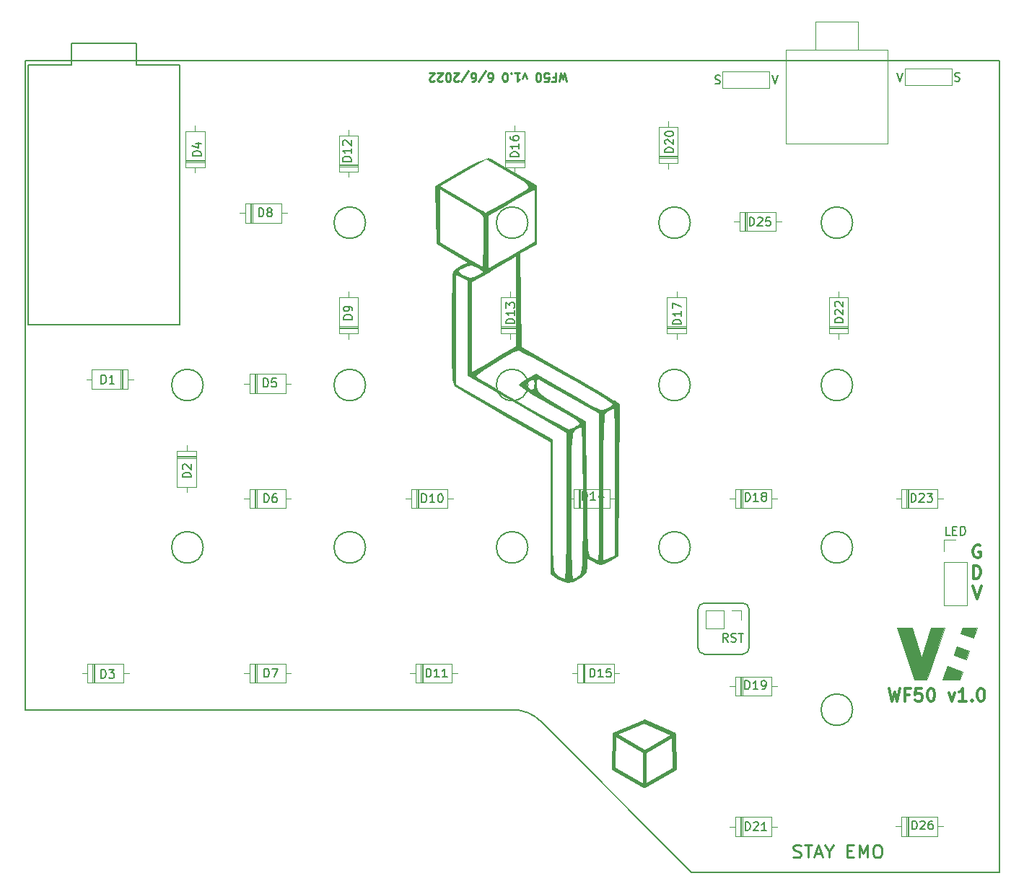
<source format=gto>
G04 #@! TF.GenerationSoftware,KiCad,Pcbnew,(6.0.0)*
G04 #@! TF.CreationDate,2022-06-08T22:37:19+08:00*
G04 #@! TF.ProjectId,wf50_pcb,77663530-5f70-4636-922e-6b696361645f,rev?*
G04 #@! TF.SameCoordinates,Original*
G04 #@! TF.FileFunction,Legend,Top*
G04 #@! TF.FilePolarity,Positive*
%FSLAX46Y46*%
G04 Gerber Fmt 4.6, Leading zero omitted, Abs format (unit mm)*
G04 Created by KiCad (PCBNEW (6.0.0)) date 2022-06-08 22:37:19*
%MOMM*%
%LPD*%
G01*
G04 APERTURE LIST*
%ADD10C,0.400000*%
%ADD11C,0.500000*%
%ADD12C,0.200000*%
%ADD13C,0.150000*%
%ADD14C,0.026458*%
G04 #@! TA.AperFunction,Profile*
%ADD15C,0.150000*%
G04 #@! TD*
%ADD16C,0.250000*%
%ADD17C,0.300000*%
%ADD18C,0.120000*%
G04 APERTURE END LIST*
D10*
X88150000Y-107625000D02*
X91650000Y-106125000D01*
D11*
X91700000Y-106150000D02*
X95200000Y-107650000D01*
D10*
X91750000Y-113725000D02*
X91700000Y-109700000D01*
X91700000Y-109700000D02*
X95200000Y-107650000D01*
X91750000Y-113725000D02*
X95250000Y-111675000D01*
D11*
X95200000Y-107650000D02*
X95250000Y-111675000D01*
D10*
X88100000Y-111650000D02*
X88150000Y-107625000D01*
D12*
X91650000Y-109675000D02*
X91600000Y-113700000D01*
D10*
X88100000Y-111650000D02*
X91600000Y-113700000D01*
X88150000Y-107625000D02*
X91650000Y-109675000D01*
D13*
X103251626Y-92249900D02*
X98751626Y-92249900D01*
X104001626Y-92999900D02*
G75*
G03*
X103251626Y-92249900I-750000J0D01*
G01*
X98001626Y-92999900D02*
X98001626Y-97499900D01*
X104001626Y-97499900D02*
X104001626Y-92999900D01*
X98751626Y-98249900D02*
X103251626Y-98249900D01*
D14*
X128050000Y-98380000D02*
X129514335Y-98886889D01*
X129514335Y-98886889D02*
X129857023Y-97855463D01*
X129857023Y-97855463D02*
X128363478Y-97339068D01*
X128363478Y-97339068D02*
X128050000Y-98380000D01*
X128050000Y-98380000D02*
X128050000Y-98380000D01*
G36*
X129857023Y-97855463D02*
G01*
X129514335Y-98886889D01*
X128050000Y-98380000D01*
X128363478Y-97339068D01*
X129857023Y-97855463D01*
G37*
X129857023Y-97855463D02*
X129514335Y-98886889D01*
X128050000Y-98380000D01*
X128363478Y-97339068D01*
X129857023Y-97855463D01*
X126446518Y-95194787D02*
X125354715Y-95194787D01*
X125354715Y-95194787D02*
X124193009Y-98698240D01*
X124193009Y-98698240D02*
X123124926Y-95194787D01*
X123124926Y-95194787D02*
X121360645Y-95194787D01*
X121360645Y-95194787D02*
X123392282Y-101280203D01*
X123392282Y-101280203D02*
X124847139Y-101280203D01*
X124847139Y-101280203D02*
X125151145Y-100404168D01*
X125151145Y-100404168D02*
X126952746Y-95194787D01*
X126952746Y-95194787D02*
X126446518Y-95194787D01*
X126446518Y-95194787D02*
X126446518Y-95194787D01*
G36*
X124193009Y-98698240D02*
G01*
X125354715Y-95194787D01*
X126952746Y-95194787D01*
X125151145Y-100404168D01*
X124847139Y-101280203D01*
X123392282Y-101280203D01*
X121360645Y-95194787D01*
X123124926Y-95194787D01*
X124193009Y-98698240D01*
G37*
X124193009Y-98698240D02*
X125354715Y-95194787D01*
X126952746Y-95194787D01*
X125151145Y-100404168D01*
X124847139Y-101280203D01*
X123392282Y-101280203D01*
X121360645Y-95194787D01*
X123124926Y-95194787D01*
X124193009Y-98698240D01*
D13*
X103251626Y-98249900D02*
G75*
G03*
X104001626Y-97499900I0J750000D01*
G01*
D14*
X129021708Y-95194787D02*
X128811338Y-95850964D01*
X128811338Y-95850964D02*
X130345603Y-96381607D01*
X130345603Y-96381607D02*
X130751368Y-95194787D01*
X130751368Y-95194787D02*
X129021708Y-95194787D01*
X129021708Y-95194787D02*
X129021708Y-95194787D01*
G36*
X130345603Y-96381607D02*
G01*
X128811338Y-95850964D01*
X129021708Y-95194787D01*
X130751368Y-95194787D01*
X130345603Y-96381607D01*
G37*
X130345603Y-96381607D02*
X128811338Y-95850964D01*
X129021708Y-95194787D01*
X130751368Y-95194787D01*
X130345603Y-96381607D01*
D13*
X98751626Y-92249900D02*
G75*
G03*
X98001626Y-92999900I0J-750000D01*
G01*
D14*
X127281834Y-99680136D02*
X127273024Y-99677410D01*
X127273024Y-99677410D02*
X126718643Y-101280203D01*
X126718643Y-101280203D02*
X128136174Y-101280203D01*
X128136174Y-101280203D02*
X128720427Y-101280203D01*
X128720427Y-101280203D02*
X129051553Y-100282698D01*
X129051553Y-100282698D02*
X127285248Y-99671987D01*
X127285248Y-99671987D02*
X127281834Y-99680136D01*
X127281834Y-99680136D02*
X127281834Y-99680136D01*
G36*
X129051553Y-100282698D02*
G01*
X128720427Y-101280203D01*
X126718643Y-101280203D01*
X127273024Y-99677410D01*
X127281834Y-99680136D01*
X127285248Y-99671987D01*
X129051553Y-100282698D01*
G37*
X129051553Y-100282698D02*
X128720427Y-101280203D01*
X126718643Y-101280203D01*
X127273024Y-99677410D01*
X127281834Y-99680136D01*
X127285248Y-99671987D01*
X129051553Y-100282698D01*
D13*
X98001626Y-97499900D02*
G75*
G03*
X98751626Y-98249900I750000J0D01*
G01*
D15*
X58995300Y-66674850D02*
G75*
G03*
X58995300Y-66674850I-1850000J0D01*
G01*
X19045885Y-28575000D02*
X133345800Y-28575000D01*
X133345800Y-123824330D02*
X97253375Y-123824330D01*
X97253375Y-123824330D02*
X79575605Y-106146559D01*
X76262750Y-104774330D02*
X19045885Y-104774330D01*
X116145300Y-47624850D02*
G75*
G03*
X116145300Y-47624850I-1850000J0D01*
G01*
X39945300Y-66674850D02*
G75*
G03*
X39945300Y-66674850I-1850000J0D01*
G01*
X19045885Y-104774330D02*
X19045885Y-28575000D01*
X97095300Y-66674850D02*
G75*
G03*
X97095300Y-66674850I-1850000J0D01*
G01*
X79575605Y-106146559D02*
G75*
G03*
X76262750Y-104774330I-3312857J-3312861D01*
G01*
X58995300Y-47624850D02*
G75*
G03*
X58995300Y-47624850I-1850000J0D01*
G01*
X58995300Y-85724850D02*
G75*
G03*
X58995300Y-85724850I-1850000J0D01*
G01*
X116145300Y-85724850D02*
G75*
G03*
X116145300Y-85724850I-1850000J0D01*
G01*
X39945300Y-85724850D02*
G75*
G03*
X39945300Y-85724850I-1850000J0D01*
G01*
X97095300Y-85724850D02*
G75*
G03*
X97095300Y-85724850I-1850000J0D01*
G01*
X78045300Y-47624850D02*
G75*
G03*
X78045300Y-47624850I-1850000J0D01*
G01*
X97095300Y-47624850D02*
G75*
G03*
X97095300Y-47624850I-1850000J0D01*
G01*
X116145300Y-104774850D02*
G75*
G03*
X116145300Y-104774850I-1850000J0D01*
G01*
X133345800Y-28575000D02*
X133345800Y-123824330D01*
X78045300Y-85724850D02*
G75*
G03*
X78045300Y-85724850I-1850000J0D01*
G01*
X78045300Y-66674850D02*
G75*
G03*
X78045300Y-66674850I-1850000J0D01*
G01*
X116145300Y-66674850D02*
G75*
G03*
X116145300Y-66674850I-1850000J0D01*
G01*
D16*
X109192742Y-122046993D02*
X109407028Y-122118422D01*
X109764171Y-122118422D01*
X109907028Y-122046993D01*
X109978456Y-121975565D01*
X110049885Y-121832708D01*
X110049885Y-121689851D01*
X109978456Y-121546993D01*
X109907028Y-121475565D01*
X109764171Y-121404136D01*
X109478456Y-121332708D01*
X109335599Y-121261279D01*
X109264171Y-121189851D01*
X109192742Y-121046993D01*
X109192742Y-120904136D01*
X109264171Y-120761279D01*
X109335599Y-120689851D01*
X109478456Y-120618422D01*
X109835599Y-120618422D01*
X110049885Y-120689851D01*
X110478456Y-120618422D02*
X111335599Y-120618422D01*
X110907028Y-122118422D02*
X110907028Y-120618422D01*
X111764171Y-121689851D02*
X112478456Y-121689851D01*
X111621314Y-122118422D02*
X112121314Y-120618422D01*
X112621314Y-122118422D01*
X113407028Y-121404136D02*
X113407028Y-122118422D01*
X112907028Y-120618422D02*
X113407028Y-121404136D01*
X113907028Y-120618422D01*
X115549885Y-121332708D02*
X116049885Y-121332708D01*
X116264171Y-122118422D02*
X115549885Y-122118422D01*
X115549885Y-120618422D01*
X116264171Y-120618422D01*
X116907028Y-122118422D02*
X116907028Y-120618422D01*
X117407028Y-121689851D01*
X117907028Y-120618422D01*
X117907028Y-122118422D01*
X118907028Y-120618422D02*
X119192742Y-120618422D01*
X119335599Y-120689851D01*
X119478456Y-120832708D01*
X119549885Y-121118422D01*
X119549885Y-121618422D01*
X119478456Y-121904136D01*
X119335599Y-122046993D01*
X119192742Y-122118422D01*
X118907028Y-122118422D01*
X118764171Y-122046993D01*
X118621314Y-121904136D01*
X118549885Y-121618422D01*
X118549885Y-121118422D01*
X118621314Y-120832708D01*
X118764171Y-120689851D01*
X118907028Y-120618422D01*
X82547619Y-31057619D02*
X82309523Y-30057619D01*
X82119047Y-30771904D01*
X81928571Y-30057619D01*
X81690476Y-31057619D01*
X80976190Y-30581428D02*
X81309523Y-30581428D01*
X81309523Y-30057619D02*
X81309523Y-31057619D01*
X80833333Y-31057619D01*
X79976190Y-31057619D02*
X80452380Y-31057619D01*
X80500000Y-30581428D01*
X80452380Y-30629047D01*
X80357142Y-30676666D01*
X80119047Y-30676666D01*
X80023809Y-30629047D01*
X79976190Y-30581428D01*
X79928571Y-30486190D01*
X79928571Y-30248095D01*
X79976190Y-30152857D01*
X80023809Y-30105238D01*
X80119047Y-30057619D01*
X80357142Y-30057619D01*
X80452380Y-30105238D01*
X80500000Y-30152857D01*
X79309523Y-31057619D02*
X79214285Y-31057619D01*
X79119047Y-31010000D01*
X79071428Y-30962380D01*
X79023809Y-30867142D01*
X78976190Y-30676666D01*
X78976190Y-30438571D01*
X79023809Y-30248095D01*
X79071428Y-30152857D01*
X79119047Y-30105238D01*
X79214285Y-30057619D01*
X79309523Y-30057619D01*
X79404761Y-30105238D01*
X79452380Y-30152857D01*
X79500000Y-30248095D01*
X79547619Y-30438571D01*
X79547619Y-30676666D01*
X79500000Y-30867142D01*
X79452380Y-30962380D01*
X79404761Y-31010000D01*
X79309523Y-31057619D01*
X77880952Y-30724285D02*
X77642857Y-30057619D01*
X77404761Y-30724285D01*
X76500000Y-30057619D02*
X77071428Y-30057619D01*
X76785714Y-30057619D02*
X76785714Y-31057619D01*
X76880952Y-30914761D01*
X76976190Y-30819523D01*
X77071428Y-30771904D01*
X76071428Y-30152857D02*
X76023809Y-30105238D01*
X76071428Y-30057619D01*
X76119047Y-30105238D01*
X76071428Y-30152857D01*
X76071428Y-30057619D01*
X75404761Y-31057619D02*
X75309523Y-31057619D01*
X75214285Y-31010000D01*
X75166666Y-30962380D01*
X75119047Y-30867142D01*
X75071428Y-30676666D01*
X75071428Y-30438571D01*
X75119047Y-30248095D01*
X75166666Y-30152857D01*
X75214285Y-30105238D01*
X75309523Y-30057619D01*
X75404761Y-30057619D01*
X75500000Y-30105238D01*
X75547619Y-30152857D01*
X75595238Y-30248095D01*
X75642857Y-30438571D01*
X75642857Y-30676666D01*
X75595238Y-30867142D01*
X75547619Y-30962380D01*
X75500000Y-31010000D01*
X75404761Y-31057619D01*
X73452380Y-31057619D02*
X73642857Y-31057619D01*
X73738095Y-31010000D01*
X73785714Y-30962380D01*
X73880952Y-30819523D01*
X73928571Y-30629047D01*
X73928571Y-30248095D01*
X73880952Y-30152857D01*
X73833333Y-30105238D01*
X73738095Y-30057619D01*
X73547619Y-30057619D01*
X73452380Y-30105238D01*
X73404761Y-30152857D01*
X73357142Y-30248095D01*
X73357142Y-30486190D01*
X73404761Y-30581428D01*
X73452380Y-30629047D01*
X73547619Y-30676666D01*
X73738095Y-30676666D01*
X73833333Y-30629047D01*
X73880952Y-30581428D01*
X73928571Y-30486190D01*
X72214285Y-31105238D02*
X73071428Y-29819523D01*
X71452380Y-31057619D02*
X71642857Y-31057619D01*
X71738095Y-31010000D01*
X71785714Y-30962380D01*
X71880952Y-30819523D01*
X71928571Y-30629047D01*
X71928571Y-30248095D01*
X71880952Y-30152857D01*
X71833333Y-30105238D01*
X71738095Y-30057619D01*
X71547619Y-30057619D01*
X71452380Y-30105238D01*
X71404761Y-30152857D01*
X71357142Y-30248095D01*
X71357142Y-30486190D01*
X71404761Y-30581428D01*
X71452380Y-30629047D01*
X71547619Y-30676666D01*
X71738095Y-30676666D01*
X71833333Y-30629047D01*
X71880952Y-30581428D01*
X71928571Y-30486190D01*
X70214285Y-31105238D02*
X71071428Y-29819523D01*
X69928571Y-30962380D02*
X69880952Y-31010000D01*
X69785714Y-31057619D01*
X69547619Y-31057619D01*
X69452380Y-31010000D01*
X69404761Y-30962380D01*
X69357142Y-30867142D01*
X69357142Y-30771904D01*
X69404761Y-30629047D01*
X69976190Y-30057619D01*
X69357142Y-30057619D01*
X68738095Y-31057619D02*
X68642857Y-31057619D01*
X68547619Y-31010000D01*
X68500000Y-30962380D01*
X68452380Y-30867142D01*
X68404761Y-30676666D01*
X68404761Y-30438571D01*
X68452380Y-30248095D01*
X68500000Y-30152857D01*
X68547619Y-30105238D01*
X68642857Y-30057619D01*
X68738095Y-30057619D01*
X68833333Y-30105238D01*
X68880952Y-30152857D01*
X68928571Y-30248095D01*
X68976190Y-30438571D01*
X68976190Y-30676666D01*
X68928571Y-30867142D01*
X68880952Y-30962380D01*
X68833333Y-31010000D01*
X68738095Y-31057619D01*
X68023809Y-30962380D02*
X67976190Y-31010000D01*
X67880952Y-31057619D01*
X67642857Y-31057619D01*
X67547619Y-31010000D01*
X67500000Y-30962380D01*
X67452380Y-30867142D01*
X67452380Y-30771904D01*
X67500000Y-30629047D01*
X68071428Y-30057619D01*
X67452380Y-30057619D01*
X67071428Y-30962380D02*
X67023809Y-31010000D01*
X66928571Y-31057619D01*
X66690476Y-31057619D01*
X66595238Y-31010000D01*
X66547619Y-30962380D01*
X66500000Y-30867142D01*
X66500000Y-30771904D01*
X66547619Y-30629047D01*
X67119047Y-30057619D01*
X66500000Y-30057619D01*
D17*
X131112857Y-85520000D02*
X130970000Y-85448571D01*
X130755714Y-85448571D01*
X130541428Y-85520000D01*
X130398571Y-85662857D01*
X130327142Y-85805714D01*
X130255714Y-86091428D01*
X130255714Y-86305714D01*
X130327142Y-86591428D01*
X130398571Y-86734285D01*
X130541428Y-86877142D01*
X130755714Y-86948571D01*
X130898571Y-86948571D01*
X131112857Y-86877142D01*
X131184285Y-86805714D01*
X131184285Y-86305714D01*
X130898571Y-86305714D01*
X130327142Y-89363571D02*
X130327142Y-87863571D01*
X130684285Y-87863571D01*
X130898571Y-87935000D01*
X131041428Y-88077857D01*
X131112857Y-88220714D01*
X131184285Y-88506428D01*
X131184285Y-88720714D01*
X131112857Y-89006428D01*
X131041428Y-89149285D01*
X130898571Y-89292142D01*
X130684285Y-89363571D01*
X130327142Y-89363571D01*
X130220000Y-90278571D02*
X130720000Y-91778571D01*
X131220000Y-90278571D01*
X120413148Y-102276811D02*
X120770291Y-103776811D01*
X121056006Y-102705382D01*
X121341720Y-103776811D01*
X121698863Y-102276811D01*
X122770291Y-102991097D02*
X122270291Y-102991097D01*
X122270291Y-103776811D02*
X122270291Y-102276811D01*
X122984577Y-102276811D01*
X124270291Y-102276811D02*
X123556006Y-102276811D01*
X123484577Y-102991097D01*
X123556006Y-102919668D01*
X123698863Y-102848240D01*
X124056006Y-102848240D01*
X124198863Y-102919668D01*
X124270291Y-102991097D01*
X124341720Y-103133954D01*
X124341720Y-103491097D01*
X124270291Y-103633954D01*
X124198863Y-103705382D01*
X124056006Y-103776811D01*
X123698863Y-103776811D01*
X123556006Y-103705382D01*
X123484577Y-103633954D01*
X125270291Y-102276811D02*
X125413148Y-102276811D01*
X125556006Y-102348240D01*
X125627434Y-102419668D01*
X125698863Y-102562525D01*
X125770291Y-102848240D01*
X125770291Y-103205382D01*
X125698863Y-103491097D01*
X125627434Y-103633954D01*
X125556006Y-103705382D01*
X125413148Y-103776811D01*
X125270291Y-103776811D01*
X125127434Y-103705382D01*
X125056006Y-103633954D01*
X124984577Y-103491097D01*
X124913148Y-103205382D01*
X124913148Y-102848240D01*
X124984577Y-102562525D01*
X125056006Y-102419668D01*
X125127434Y-102348240D01*
X125270291Y-102276811D01*
X127413148Y-102776811D02*
X127770291Y-103776811D01*
X128127434Y-102776811D01*
X129484577Y-103776811D02*
X128627434Y-103776811D01*
X129056006Y-103776811D02*
X129056006Y-102276811D01*
X128913148Y-102491097D01*
X128770291Y-102633954D01*
X128627434Y-102705382D01*
X130127434Y-103633954D02*
X130198863Y-103705382D01*
X130127434Y-103776811D01*
X130056006Y-103705382D01*
X130127434Y-103633954D01*
X130127434Y-103776811D01*
X131127434Y-102276811D02*
X131270291Y-102276811D01*
X131413148Y-102348240D01*
X131484577Y-102419668D01*
X131556006Y-102562525D01*
X131627434Y-102848240D01*
X131627434Y-103205382D01*
X131556006Y-103491097D01*
X131484577Y-103633954D01*
X131413148Y-103705382D01*
X131270291Y-103776811D01*
X131127434Y-103776811D01*
X130984577Y-103705382D01*
X130913148Y-103633954D01*
X130841720Y-103491097D01*
X130770291Y-103205382D01*
X130770291Y-102848240D01*
X130841720Y-102562525D01*
X130913148Y-102419668D01*
X130984577Y-102348240D01*
X131127434Y-102276811D01*
D13*
X123015714Y-80402380D02*
X123015714Y-79402380D01*
X123253809Y-79402380D01*
X123396666Y-79450000D01*
X123491904Y-79545238D01*
X123539523Y-79640476D01*
X123587142Y-79830952D01*
X123587142Y-79973809D01*
X123539523Y-80164285D01*
X123491904Y-80259523D01*
X123396666Y-80354761D01*
X123253809Y-80402380D01*
X123015714Y-80402380D01*
X123968095Y-79497619D02*
X124015714Y-79450000D01*
X124110952Y-79402380D01*
X124349047Y-79402380D01*
X124444285Y-79450000D01*
X124491904Y-79497619D01*
X124539523Y-79592857D01*
X124539523Y-79688095D01*
X124491904Y-79830952D01*
X123920476Y-80402380D01*
X124539523Y-80402380D01*
X124872857Y-79402380D02*
X125491904Y-79402380D01*
X125158571Y-79783333D01*
X125301428Y-79783333D01*
X125396666Y-79830952D01*
X125444285Y-79878571D01*
X125491904Y-79973809D01*
X125491904Y-80211904D01*
X125444285Y-80307142D01*
X125396666Y-80354761D01*
X125301428Y-80402380D01*
X125015714Y-80402380D01*
X124920476Y-80354761D01*
X124872857Y-80307142D01*
X84445714Y-80182380D02*
X84445714Y-79182380D01*
X84683809Y-79182380D01*
X84826666Y-79230000D01*
X84921904Y-79325238D01*
X84969523Y-79420476D01*
X85017142Y-79610952D01*
X85017142Y-79753809D01*
X84969523Y-79944285D01*
X84921904Y-80039523D01*
X84826666Y-80134761D01*
X84683809Y-80182380D01*
X84445714Y-80182380D01*
X85969523Y-80182380D02*
X85398095Y-80182380D01*
X85683809Y-80182380D02*
X85683809Y-79182380D01*
X85588571Y-79325238D01*
X85493333Y-79420476D01*
X85398095Y-79468095D01*
X86826666Y-79515714D02*
X86826666Y-80182380D01*
X86588571Y-79134761D02*
X86350476Y-79849047D01*
X86969523Y-79849047D01*
X121346666Y-30022380D02*
X121680000Y-31022380D01*
X122013333Y-30022380D01*
X128144285Y-30974761D02*
X128287142Y-31022380D01*
X128525238Y-31022380D01*
X128620476Y-30974761D01*
X128668095Y-30927142D01*
X128715714Y-30831904D01*
X128715714Y-30736666D01*
X128668095Y-30641428D01*
X128620476Y-30593809D01*
X128525238Y-30546190D01*
X128334761Y-30498571D01*
X128239523Y-30450952D01*
X128191904Y-30403333D01*
X128144285Y-30308095D01*
X128144285Y-30212857D01*
X128191904Y-30117619D01*
X128239523Y-30070000D01*
X128334761Y-30022380D01*
X128572857Y-30022380D01*
X128715714Y-30070000D01*
X57302380Y-40434285D02*
X56302380Y-40434285D01*
X56302380Y-40196190D01*
X56350000Y-40053333D01*
X56445238Y-39958095D01*
X56540476Y-39910476D01*
X56730952Y-39862857D01*
X56873809Y-39862857D01*
X57064285Y-39910476D01*
X57159523Y-39958095D01*
X57254761Y-40053333D01*
X57302380Y-40196190D01*
X57302380Y-40434285D01*
X57302380Y-38910476D02*
X57302380Y-39481904D01*
X57302380Y-39196190D02*
X56302380Y-39196190D01*
X56445238Y-39291428D01*
X56540476Y-39386666D01*
X56588095Y-39481904D01*
X56397619Y-38529523D02*
X56350000Y-38481904D01*
X56302380Y-38386666D01*
X56302380Y-38148571D01*
X56350000Y-38053333D01*
X56397619Y-38005714D01*
X56492857Y-37958095D01*
X56588095Y-37958095D01*
X56730952Y-38005714D01*
X57302380Y-38577142D01*
X57302380Y-37958095D01*
X127577142Y-84282380D02*
X127100952Y-84282380D01*
X127100952Y-83282380D01*
X127910476Y-83758571D02*
X128243809Y-83758571D01*
X128386666Y-84282380D02*
X127910476Y-84282380D01*
X127910476Y-83282380D01*
X128386666Y-83282380D01*
X128815238Y-84282380D02*
X128815238Y-83282380D01*
X129053333Y-83282380D01*
X129196190Y-83330000D01*
X129291428Y-83425238D01*
X129339047Y-83520476D01*
X129386666Y-83710952D01*
X129386666Y-83853809D01*
X129339047Y-84044285D01*
X129291428Y-84139523D01*
X129196190Y-84234761D01*
X129053333Y-84282380D01*
X128815238Y-84282380D01*
X47031904Y-66902380D02*
X47031904Y-65902380D01*
X47270000Y-65902380D01*
X47412857Y-65950000D01*
X47508095Y-66045238D01*
X47555714Y-66140476D01*
X47603333Y-66330952D01*
X47603333Y-66473809D01*
X47555714Y-66664285D01*
X47508095Y-66759523D01*
X47412857Y-66854761D01*
X47270000Y-66902380D01*
X47031904Y-66902380D01*
X48508095Y-65902380D02*
X48031904Y-65902380D01*
X47984285Y-66378571D01*
X48031904Y-66330952D01*
X48127142Y-66283333D01*
X48365238Y-66283333D01*
X48460476Y-66330952D01*
X48508095Y-66378571D01*
X48555714Y-66473809D01*
X48555714Y-66711904D01*
X48508095Y-66807142D01*
X48460476Y-66854761D01*
X48365238Y-66902380D01*
X48127142Y-66902380D01*
X48031904Y-66854761D01*
X47984285Y-66807142D01*
X101502380Y-96822380D02*
X101169047Y-96346190D01*
X100930952Y-96822380D02*
X100930952Y-95822380D01*
X101311904Y-95822380D01*
X101407142Y-95870000D01*
X101454761Y-95917619D01*
X101502380Y-96012857D01*
X101502380Y-96155714D01*
X101454761Y-96250952D01*
X101407142Y-96298571D01*
X101311904Y-96346190D01*
X100930952Y-96346190D01*
X101883333Y-96774761D02*
X102026190Y-96822380D01*
X102264285Y-96822380D01*
X102359523Y-96774761D01*
X102407142Y-96727142D01*
X102454761Y-96631904D01*
X102454761Y-96536666D01*
X102407142Y-96441428D01*
X102359523Y-96393809D01*
X102264285Y-96346190D01*
X102073809Y-96298571D01*
X101978571Y-96250952D01*
X101930952Y-96203333D01*
X101883333Y-96108095D01*
X101883333Y-96012857D01*
X101930952Y-95917619D01*
X101978571Y-95870000D01*
X102073809Y-95822380D01*
X102311904Y-95822380D01*
X102454761Y-95870000D01*
X102740476Y-95822380D02*
X103311904Y-95822380D01*
X103026190Y-96822380D02*
X103026190Y-95822380D01*
X65585714Y-80442380D02*
X65585714Y-79442380D01*
X65823809Y-79442380D01*
X65966666Y-79490000D01*
X66061904Y-79585238D01*
X66109523Y-79680476D01*
X66157142Y-79870952D01*
X66157142Y-80013809D01*
X66109523Y-80204285D01*
X66061904Y-80299523D01*
X65966666Y-80394761D01*
X65823809Y-80442380D01*
X65585714Y-80442380D01*
X67109523Y-80442380D02*
X66538095Y-80442380D01*
X66823809Y-80442380D02*
X66823809Y-79442380D01*
X66728571Y-79585238D01*
X66633333Y-79680476D01*
X66538095Y-79728095D01*
X67728571Y-79442380D02*
X67823809Y-79442380D01*
X67919047Y-79490000D01*
X67966666Y-79537619D01*
X68014285Y-79632857D01*
X68061904Y-79823333D01*
X68061904Y-80061428D01*
X68014285Y-80251904D01*
X67966666Y-80347142D01*
X67919047Y-80394761D01*
X67823809Y-80442380D01*
X67728571Y-80442380D01*
X67633333Y-80394761D01*
X67585714Y-80347142D01*
X67538095Y-80251904D01*
X67490476Y-80061428D01*
X67490476Y-79823333D01*
X67538095Y-79632857D01*
X67585714Y-79537619D01*
X67633333Y-79490000D01*
X67728571Y-79442380D01*
X103560714Y-118943380D02*
X103560714Y-117943380D01*
X103798809Y-117943380D01*
X103941666Y-117991000D01*
X104036904Y-118086238D01*
X104084523Y-118181476D01*
X104132142Y-118371952D01*
X104132142Y-118514809D01*
X104084523Y-118705285D01*
X104036904Y-118800523D01*
X103941666Y-118895761D01*
X103798809Y-118943380D01*
X103560714Y-118943380D01*
X104513095Y-118038619D02*
X104560714Y-117991000D01*
X104655952Y-117943380D01*
X104894047Y-117943380D01*
X104989285Y-117991000D01*
X105036904Y-118038619D01*
X105084523Y-118133857D01*
X105084523Y-118229095D01*
X105036904Y-118371952D01*
X104465476Y-118943380D01*
X105084523Y-118943380D01*
X106036904Y-118943380D02*
X105465476Y-118943380D01*
X105751190Y-118943380D02*
X105751190Y-117943380D01*
X105655952Y-118086238D01*
X105560714Y-118181476D01*
X105465476Y-118229095D01*
X95122380Y-39374285D02*
X94122380Y-39374285D01*
X94122380Y-39136190D01*
X94170000Y-38993333D01*
X94265238Y-38898095D01*
X94360476Y-38850476D01*
X94550952Y-38802857D01*
X94693809Y-38802857D01*
X94884285Y-38850476D01*
X94979523Y-38898095D01*
X95074761Y-38993333D01*
X95122380Y-39136190D01*
X95122380Y-39374285D01*
X94217619Y-38421904D02*
X94170000Y-38374285D01*
X94122380Y-38279047D01*
X94122380Y-38040952D01*
X94170000Y-37945714D01*
X94217619Y-37898095D01*
X94312857Y-37850476D01*
X94408095Y-37850476D01*
X94550952Y-37898095D01*
X95122380Y-38469523D01*
X95122380Y-37850476D01*
X94122380Y-37231428D02*
X94122380Y-37136190D01*
X94170000Y-37040952D01*
X94217619Y-36993333D01*
X94312857Y-36945714D01*
X94503333Y-36898095D01*
X94741428Y-36898095D01*
X94931904Y-36945714D01*
X95027142Y-36993333D01*
X95074761Y-37040952D01*
X95122380Y-37136190D01*
X95122380Y-37231428D01*
X95074761Y-37326666D01*
X95027142Y-37374285D01*
X94931904Y-37421904D01*
X94741428Y-37469523D01*
X94503333Y-37469523D01*
X94312857Y-37421904D01*
X94217619Y-37374285D01*
X94170000Y-37326666D01*
X94122380Y-37231428D01*
X38522380Y-77488095D02*
X37522380Y-77488095D01*
X37522380Y-77250000D01*
X37570000Y-77107142D01*
X37665238Y-77011904D01*
X37760476Y-76964285D01*
X37950952Y-76916666D01*
X38093809Y-76916666D01*
X38284285Y-76964285D01*
X38379523Y-77011904D01*
X38474761Y-77107142D01*
X38522380Y-77250000D01*
X38522380Y-77488095D01*
X37617619Y-76535714D02*
X37570000Y-76488095D01*
X37522380Y-76392857D01*
X37522380Y-76154761D01*
X37570000Y-76059523D01*
X37617619Y-76011904D01*
X37712857Y-75964285D01*
X37808095Y-75964285D01*
X37950952Y-76011904D01*
X38522380Y-76583333D01*
X38522380Y-75964285D01*
X104045714Y-48002380D02*
X104045714Y-47002380D01*
X104283809Y-47002380D01*
X104426666Y-47050000D01*
X104521904Y-47145238D01*
X104569523Y-47240476D01*
X104617142Y-47430952D01*
X104617142Y-47573809D01*
X104569523Y-47764285D01*
X104521904Y-47859523D01*
X104426666Y-47954761D01*
X104283809Y-48002380D01*
X104045714Y-48002380D01*
X104998095Y-47097619D02*
X105045714Y-47050000D01*
X105140952Y-47002380D01*
X105379047Y-47002380D01*
X105474285Y-47050000D01*
X105521904Y-47097619D01*
X105569523Y-47192857D01*
X105569523Y-47288095D01*
X105521904Y-47430952D01*
X104950476Y-48002380D01*
X105569523Y-48002380D01*
X106474285Y-47002380D02*
X105998095Y-47002380D01*
X105950476Y-47478571D01*
X105998095Y-47430952D01*
X106093333Y-47383333D01*
X106331428Y-47383333D01*
X106426666Y-47430952D01*
X106474285Y-47478571D01*
X106521904Y-47573809D01*
X106521904Y-47811904D01*
X106474285Y-47907142D01*
X106426666Y-47954761D01*
X106331428Y-48002380D01*
X106093333Y-48002380D01*
X105998095Y-47954761D01*
X105950476Y-47907142D01*
X96032380Y-59544285D02*
X95032380Y-59544285D01*
X95032380Y-59306190D01*
X95080000Y-59163333D01*
X95175238Y-59068095D01*
X95270476Y-59020476D01*
X95460952Y-58972857D01*
X95603809Y-58972857D01*
X95794285Y-59020476D01*
X95889523Y-59068095D01*
X95984761Y-59163333D01*
X96032380Y-59306190D01*
X96032380Y-59544285D01*
X96032380Y-58020476D02*
X96032380Y-58591904D01*
X96032380Y-58306190D02*
X95032380Y-58306190D01*
X95175238Y-58401428D01*
X95270476Y-58496666D01*
X95318095Y-58591904D01*
X95032380Y-57687142D02*
X95032380Y-57020476D01*
X96032380Y-57449047D01*
X66105714Y-100942380D02*
X66105714Y-99942380D01*
X66343809Y-99942380D01*
X66486666Y-99990000D01*
X66581904Y-100085238D01*
X66629523Y-100180476D01*
X66677142Y-100370952D01*
X66677142Y-100513809D01*
X66629523Y-100704285D01*
X66581904Y-100799523D01*
X66486666Y-100894761D01*
X66343809Y-100942380D01*
X66105714Y-100942380D01*
X67629523Y-100942380D02*
X67058095Y-100942380D01*
X67343809Y-100942380D02*
X67343809Y-99942380D01*
X67248571Y-100085238D01*
X67153333Y-100180476D01*
X67058095Y-100228095D01*
X68581904Y-100942380D02*
X68010476Y-100942380D01*
X68296190Y-100942380D02*
X68296190Y-99942380D01*
X68200952Y-100085238D01*
X68105714Y-100180476D01*
X68010476Y-100228095D01*
X27991904Y-66502380D02*
X27991904Y-65502380D01*
X28230000Y-65502380D01*
X28372857Y-65550000D01*
X28468095Y-65645238D01*
X28515714Y-65740476D01*
X28563333Y-65930952D01*
X28563333Y-66073809D01*
X28515714Y-66264285D01*
X28468095Y-66359523D01*
X28372857Y-66454761D01*
X28230000Y-66502380D01*
X27991904Y-66502380D01*
X29515714Y-66502380D02*
X28944285Y-66502380D01*
X29230000Y-66502380D02*
X29230000Y-65502380D01*
X29134761Y-65645238D01*
X29039523Y-65740476D01*
X28944285Y-65788095D01*
X106716666Y-30342380D02*
X107050000Y-31342380D01*
X107383333Y-30342380D01*
X100014285Y-31294761D02*
X100157142Y-31342380D01*
X100395238Y-31342380D01*
X100490476Y-31294761D01*
X100538095Y-31247142D01*
X100585714Y-31151904D01*
X100585714Y-31056666D01*
X100538095Y-30961428D01*
X100490476Y-30913809D01*
X100395238Y-30866190D01*
X100204761Y-30818571D01*
X100109523Y-30770952D01*
X100061904Y-30723333D01*
X100014285Y-30628095D01*
X100014285Y-30532857D01*
X100061904Y-30437619D01*
X100109523Y-30390000D01*
X100204761Y-30342380D01*
X100442857Y-30342380D01*
X100585714Y-30390000D01*
X76962380Y-39884285D02*
X75962380Y-39884285D01*
X75962380Y-39646190D01*
X76010000Y-39503333D01*
X76105238Y-39408095D01*
X76200476Y-39360476D01*
X76390952Y-39312857D01*
X76533809Y-39312857D01*
X76724285Y-39360476D01*
X76819523Y-39408095D01*
X76914761Y-39503333D01*
X76962380Y-39646190D01*
X76962380Y-39884285D01*
X76962380Y-38360476D02*
X76962380Y-38931904D01*
X76962380Y-38646190D02*
X75962380Y-38646190D01*
X76105238Y-38741428D01*
X76200476Y-38836666D01*
X76248095Y-38931904D01*
X75962380Y-37503333D02*
X75962380Y-37693809D01*
X76010000Y-37789047D01*
X76057619Y-37836666D01*
X76200476Y-37931904D01*
X76390952Y-37979523D01*
X76771904Y-37979523D01*
X76867142Y-37931904D01*
X76914761Y-37884285D01*
X76962380Y-37789047D01*
X76962380Y-37598571D01*
X76914761Y-37503333D01*
X76867142Y-37455714D01*
X76771904Y-37408095D01*
X76533809Y-37408095D01*
X76438571Y-37455714D01*
X76390952Y-37503333D01*
X76343333Y-37598571D01*
X76343333Y-37789047D01*
X76390952Y-37884285D01*
X76438571Y-37931904D01*
X76533809Y-37979523D01*
X123118714Y-118816380D02*
X123118714Y-117816380D01*
X123356809Y-117816380D01*
X123499666Y-117864000D01*
X123594904Y-117959238D01*
X123642523Y-118054476D01*
X123690142Y-118244952D01*
X123690142Y-118387809D01*
X123642523Y-118578285D01*
X123594904Y-118673523D01*
X123499666Y-118768761D01*
X123356809Y-118816380D01*
X123118714Y-118816380D01*
X124071095Y-117911619D02*
X124118714Y-117864000D01*
X124213952Y-117816380D01*
X124452047Y-117816380D01*
X124547285Y-117864000D01*
X124594904Y-117911619D01*
X124642523Y-118006857D01*
X124642523Y-118102095D01*
X124594904Y-118244952D01*
X124023476Y-118816380D01*
X124642523Y-118816380D01*
X125499666Y-117816380D02*
X125309190Y-117816380D01*
X125213952Y-117864000D01*
X125166333Y-117911619D01*
X125071095Y-118054476D01*
X125023476Y-118244952D01*
X125023476Y-118625904D01*
X125071095Y-118721142D01*
X125118714Y-118768761D01*
X125213952Y-118816380D01*
X125404428Y-118816380D01*
X125499666Y-118768761D01*
X125547285Y-118721142D01*
X125594904Y-118625904D01*
X125594904Y-118387809D01*
X125547285Y-118292571D01*
X125499666Y-118244952D01*
X125404428Y-118197333D01*
X125213952Y-118197333D01*
X125118714Y-118244952D01*
X125071095Y-118292571D01*
X125023476Y-118387809D01*
X27971904Y-101052380D02*
X27971904Y-100052380D01*
X28210000Y-100052380D01*
X28352857Y-100100000D01*
X28448095Y-100195238D01*
X28495714Y-100290476D01*
X28543333Y-100480952D01*
X28543333Y-100623809D01*
X28495714Y-100814285D01*
X28448095Y-100909523D01*
X28352857Y-101004761D01*
X28210000Y-101052380D01*
X27971904Y-101052380D01*
X28876666Y-100052380D02*
X29495714Y-100052380D01*
X29162380Y-100433333D01*
X29305238Y-100433333D01*
X29400476Y-100480952D01*
X29448095Y-100528571D01*
X29495714Y-100623809D01*
X29495714Y-100861904D01*
X29448095Y-100957142D01*
X29400476Y-101004761D01*
X29305238Y-101052380D01*
X29019523Y-101052380D01*
X28924285Y-101004761D01*
X28876666Y-100957142D01*
X85325714Y-100942380D02*
X85325714Y-99942380D01*
X85563809Y-99942380D01*
X85706666Y-99990000D01*
X85801904Y-100085238D01*
X85849523Y-100180476D01*
X85897142Y-100370952D01*
X85897142Y-100513809D01*
X85849523Y-100704285D01*
X85801904Y-100799523D01*
X85706666Y-100894761D01*
X85563809Y-100942380D01*
X85325714Y-100942380D01*
X86849523Y-100942380D02*
X86278095Y-100942380D01*
X86563809Y-100942380D02*
X86563809Y-99942380D01*
X86468571Y-100085238D01*
X86373333Y-100180476D01*
X86278095Y-100228095D01*
X87754285Y-99942380D02*
X87278095Y-99942380D01*
X87230476Y-100418571D01*
X87278095Y-100370952D01*
X87373333Y-100323333D01*
X87611428Y-100323333D01*
X87706666Y-100370952D01*
X87754285Y-100418571D01*
X87801904Y-100513809D01*
X87801904Y-100751904D01*
X87754285Y-100847142D01*
X87706666Y-100894761D01*
X87611428Y-100942380D01*
X87373333Y-100942380D01*
X87278095Y-100894761D01*
X87230476Y-100847142D01*
X57432380Y-58968095D02*
X56432380Y-58968095D01*
X56432380Y-58730000D01*
X56480000Y-58587142D01*
X56575238Y-58491904D01*
X56670476Y-58444285D01*
X56860952Y-58396666D01*
X57003809Y-58396666D01*
X57194285Y-58444285D01*
X57289523Y-58491904D01*
X57384761Y-58587142D01*
X57432380Y-58730000D01*
X57432380Y-58968095D01*
X57432380Y-57920476D02*
X57432380Y-57730000D01*
X57384761Y-57634761D01*
X57337142Y-57587142D01*
X57194285Y-57491904D01*
X57003809Y-57444285D01*
X56622857Y-57444285D01*
X56527619Y-57491904D01*
X56480000Y-57539523D01*
X56432380Y-57634761D01*
X56432380Y-57825238D01*
X56480000Y-57920476D01*
X56527619Y-57968095D01*
X56622857Y-58015714D01*
X56860952Y-58015714D01*
X56956190Y-57968095D01*
X57003809Y-57920476D01*
X57051428Y-57825238D01*
X57051428Y-57634761D01*
X57003809Y-57539523D01*
X56956190Y-57491904D01*
X56860952Y-57444285D01*
X115032380Y-59354285D02*
X114032380Y-59354285D01*
X114032380Y-59116190D01*
X114080000Y-58973333D01*
X114175238Y-58878095D01*
X114270476Y-58830476D01*
X114460952Y-58782857D01*
X114603809Y-58782857D01*
X114794285Y-58830476D01*
X114889523Y-58878095D01*
X114984761Y-58973333D01*
X115032380Y-59116190D01*
X115032380Y-59354285D01*
X114127619Y-58401904D02*
X114080000Y-58354285D01*
X114032380Y-58259047D01*
X114032380Y-58020952D01*
X114080000Y-57925714D01*
X114127619Y-57878095D01*
X114222857Y-57830476D01*
X114318095Y-57830476D01*
X114460952Y-57878095D01*
X115032380Y-58449523D01*
X115032380Y-57830476D01*
X114127619Y-57449523D02*
X114080000Y-57401904D01*
X114032380Y-57306666D01*
X114032380Y-57068571D01*
X114080000Y-56973333D01*
X114127619Y-56925714D01*
X114222857Y-56878095D01*
X114318095Y-56878095D01*
X114460952Y-56925714D01*
X115032380Y-57497142D01*
X115032380Y-56878095D01*
X103555714Y-80302380D02*
X103555714Y-79302380D01*
X103793809Y-79302380D01*
X103936666Y-79350000D01*
X104031904Y-79445238D01*
X104079523Y-79540476D01*
X104127142Y-79730952D01*
X104127142Y-79873809D01*
X104079523Y-80064285D01*
X104031904Y-80159523D01*
X103936666Y-80254761D01*
X103793809Y-80302380D01*
X103555714Y-80302380D01*
X105079523Y-80302380D02*
X104508095Y-80302380D01*
X104793809Y-80302380D02*
X104793809Y-79302380D01*
X104698571Y-79445238D01*
X104603333Y-79540476D01*
X104508095Y-79588095D01*
X105650952Y-79730952D02*
X105555714Y-79683333D01*
X105508095Y-79635714D01*
X105460476Y-79540476D01*
X105460476Y-79492857D01*
X105508095Y-79397619D01*
X105555714Y-79350000D01*
X105650952Y-79302380D01*
X105841428Y-79302380D01*
X105936666Y-79350000D01*
X105984285Y-79397619D01*
X106031904Y-79492857D01*
X106031904Y-79540476D01*
X105984285Y-79635714D01*
X105936666Y-79683333D01*
X105841428Y-79730952D01*
X105650952Y-79730952D01*
X105555714Y-79778571D01*
X105508095Y-79826190D01*
X105460476Y-79921428D01*
X105460476Y-80111904D01*
X105508095Y-80207142D01*
X105555714Y-80254761D01*
X105650952Y-80302380D01*
X105841428Y-80302380D01*
X105936666Y-80254761D01*
X105984285Y-80207142D01*
X106031904Y-80111904D01*
X106031904Y-79921428D01*
X105984285Y-79826190D01*
X105936666Y-79778571D01*
X105841428Y-79730952D01*
X103515714Y-102362380D02*
X103515714Y-101362380D01*
X103753809Y-101362380D01*
X103896666Y-101410000D01*
X103991904Y-101505238D01*
X104039523Y-101600476D01*
X104087142Y-101790952D01*
X104087142Y-101933809D01*
X104039523Y-102124285D01*
X103991904Y-102219523D01*
X103896666Y-102314761D01*
X103753809Y-102362380D01*
X103515714Y-102362380D01*
X105039523Y-102362380D02*
X104468095Y-102362380D01*
X104753809Y-102362380D02*
X104753809Y-101362380D01*
X104658571Y-101505238D01*
X104563333Y-101600476D01*
X104468095Y-101648095D01*
X105515714Y-102362380D02*
X105706190Y-102362380D01*
X105801428Y-102314761D01*
X105849047Y-102267142D01*
X105944285Y-102124285D01*
X105991904Y-101933809D01*
X105991904Y-101552857D01*
X105944285Y-101457619D01*
X105896666Y-101410000D01*
X105801428Y-101362380D01*
X105610952Y-101362380D01*
X105515714Y-101410000D01*
X105468095Y-101457619D01*
X105420476Y-101552857D01*
X105420476Y-101790952D01*
X105468095Y-101886190D01*
X105515714Y-101933809D01*
X105610952Y-101981428D01*
X105801428Y-101981428D01*
X105896666Y-101933809D01*
X105944285Y-101886190D01*
X105991904Y-101790952D01*
X76482380Y-59464285D02*
X75482380Y-59464285D01*
X75482380Y-59226190D01*
X75530000Y-59083333D01*
X75625238Y-58988095D01*
X75720476Y-58940476D01*
X75910952Y-58892857D01*
X76053809Y-58892857D01*
X76244285Y-58940476D01*
X76339523Y-58988095D01*
X76434761Y-59083333D01*
X76482380Y-59226190D01*
X76482380Y-59464285D01*
X76482380Y-57940476D02*
X76482380Y-58511904D01*
X76482380Y-58226190D02*
X75482380Y-58226190D01*
X75625238Y-58321428D01*
X75720476Y-58416666D01*
X75768095Y-58511904D01*
X75482380Y-57607142D02*
X75482380Y-56988095D01*
X75863333Y-57321428D01*
X75863333Y-57178571D01*
X75910952Y-57083333D01*
X75958571Y-57035714D01*
X76053809Y-56988095D01*
X76291904Y-56988095D01*
X76387142Y-57035714D01*
X76434761Y-57083333D01*
X76482380Y-57178571D01*
X76482380Y-57464285D01*
X76434761Y-57559523D01*
X76387142Y-57607142D01*
X47111904Y-100942380D02*
X47111904Y-99942380D01*
X47350000Y-99942380D01*
X47492857Y-99990000D01*
X47588095Y-100085238D01*
X47635714Y-100180476D01*
X47683333Y-100370952D01*
X47683333Y-100513809D01*
X47635714Y-100704285D01*
X47588095Y-100799523D01*
X47492857Y-100894761D01*
X47350000Y-100942380D01*
X47111904Y-100942380D01*
X48016666Y-99942380D02*
X48683333Y-99942380D01*
X48254761Y-100942380D01*
X47081904Y-80442380D02*
X47081904Y-79442380D01*
X47320000Y-79442380D01*
X47462857Y-79490000D01*
X47558095Y-79585238D01*
X47605714Y-79680476D01*
X47653333Y-79870952D01*
X47653333Y-80013809D01*
X47605714Y-80204285D01*
X47558095Y-80299523D01*
X47462857Y-80394761D01*
X47320000Y-80442380D01*
X47081904Y-80442380D01*
X48510476Y-79442380D02*
X48320000Y-79442380D01*
X48224761Y-79490000D01*
X48177142Y-79537619D01*
X48081904Y-79680476D01*
X48034285Y-79870952D01*
X48034285Y-80251904D01*
X48081904Y-80347142D01*
X48129523Y-80394761D01*
X48224761Y-80442380D01*
X48415238Y-80442380D01*
X48510476Y-80394761D01*
X48558095Y-80347142D01*
X48605714Y-80251904D01*
X48605714Y-80013809D01*
X48558095Y-79918571D01*
X48510476Y-79870952D01*
X48415238Y-79823333D01*
X48224761Y-79823333D01*
X48129523Y-79870952D01*
X48081904Y-79918571D01*
X48034285Y-80013809D01*
X46481904Y-46922380D02*
X46481904Y-45922380D01*
X46720000Y-45922380D01*
X46862857Y-45970000D01*
X46958095Y-46065238D01*
X47005714Y-46160476D01*
X47053333Y-46350952D01*
X47053333Y-46493809D01*
X47005714Y-46684285D01*
X46958095Y-46779523D01*
X46862857Y-46874761D01*
X46720000Y-46922380D01*
X46481904Y-46922380D01*
X47624761Y-46350952D02*
X47529523Y-46303333D01*
X47481904Y-46255714D01*
X47434285Y-46160476D01*
X47434285Y-46112857D01*
X47481904Y-46017619D01*
X47529523Y-45970000D01*
X47624761Y-45922380D01*
X47815238Y-45922380D01*
X47910476Y-45970000D01*
X47958095Y-46017619D01*
X48005714Y-46112857D01*
X48005714Y-46160476D01*
X47958095Y-46255714D01*
X47910476Y-46303333D01*
X47815238Y-46350952D01*
X47624761Y-46350952D01*
X47529523Y-46398571D01*
X47481904Y-46446190D01*
X47434285Y-46541428D01*
X47434285Y-46731904D01*
X47481904Y-46827142D01*
X47529523Y-46874761D01*
X47624761Y-46922380D01*
X47815238Y-46922380D01*
X47910476Y-46874761D01*
X47958095Y-46827142D01*
X48005714Y-46731904D01*
X48005714Y-46541428D01*
X47958095Y-46446190D01*
X47910476Y-46398571D01*
X47815238Y-46350952D01*
X39702380Y-39778095D02*
X38702380Y-39778095D01*
X38702380Y-39540000D01*
X38750000Y-39397142D01*
X38845238Y-39301904D01*
X38940476Y-39254285D01*
X39130952Y-39206666D01*
X39273809Y-39206666D01*
X39464285Y-39254285D01*
X39559523Y-39301904D01*
X39654761Y-39397142D01*
X39702380Y-39540000D01*
X39702380Y-39778095D01*
X39035714Y-38349523D02*
X39702380Y-38349523D01*
X38654761Y-38587619D02*
X39369047Y-38825714D01*
X39369047Y-38206666D01*
G36*
X85029675Y-87943573D02*
G01*
X84931129Y-88631544D01*
X84541863Y-89125280D01*
X84119589Y-89417176D01*
X83309022Y-89847669D01*
X82675401Y-89932107D01*
X81982528Y-89672819D01*
X81584462Y-89442176D01*
X80706271Y-88906732D01*
X80683507Y-73361554D01*
X75246187Y-70254108D01*
X73677273Y-69351155D01*
X72254208Y-68520167D01*
X71048419Y-67803824D01*
X70131333Y-67244804D01*
X69574378Y-66885786D01*
X69447994Y-66789594D01*
X69327692Y-66551982D01*
X69235709Y-66069506D01*
X69169057Y-65285623D01*
X69124752Y-64143791D01*
X69099807Y-62587467D01*
X69091237Y-60560107D01*
X69091259Y-60034275D01*
X69100507Y-58218407D01*
X69124228Y-56577449D01*
X69160030Y-55190439D01*
X69205521Y-54136411D01*
X69234604Y-53782715D01*
X69627547Y-53782715D01*
X69632465Y-66606235D01*
X75299783Y-69848788D01*
X80967102Y-73091342D01*
X80971793Y-80844636D01*
X80974041Y-83092175D01*
X80980786Y-84860726D01*
X80996577Y-86211727D01*
X81025962Y-87206614D01*
X81073490Y-87906826D01*
X81143711Y-88373800D01*
X81241175Y-88668973D01*
X81370429Y-88853783D01*
X81536024Y-88989668D01*
X81577033Y-89018573D01*
X82094589Y-89331863D01*
X82387671Y-89439214D01*
X82438752Y-89179706D01*
X82485073Y-88443983D01*
X82525095Y-87296246D01*
X82557280Y-85800696D01*
X82580089Y-84021533D01*
X82591983Y-82022959D01*
X82593283Y-80889748D01*
X83138186Y-80889748D01*
X83144335Y-82976920D01*
X83161768Y-84879257D01*
X83188961Y-86532530D01*
X83224389Y-87872514D01*
X83266528Y-88834982D01*
X83313855Y-89355705D01*
X83340845Y-89430620D01*
X83697813Y-89276680D01*
X84016377Y-89063065D01*
X84148424Y-88925993D01*
X84253494Y-88699055D01*
X84334630Y-88324934D01*
X84394875Y-87746309D01*
X84437271Y-86905861D01*
X84464861Y-85746272D01*
X84480688Y-84210222D01*
X84487794Y-82240392D01*
X84489249Y-80154638D01*
X84483100Y-78067465D01*
X84465667Y-76165129D01*
X84438474Y-74511855D01*
X84403046Y-73171871D01*
X84360907Y-72209404D01*
X84313580Y-71688680D01*
X84286590Y-71613765D01*
X83929622Y-71767705D01*
X83611058Y-71981320D01*
X83479011Y-72118393D01*
X83373941Y-72345330D01*
X83292805Y-72719452D01*
X83232560Y-73298076D01*
X83190164Y-74138524D01*
X83162574Y-75298113D01*
X83146747Y-76834163D01*
X83139641Y-78803994D01*
X83138186Y-80889748D01*
X82593283Y-80889748D01*
X82593317Y-80859959D01*
X82588875Y-72280703D01*
X76783743Y-68946581D01*
X71119815Y-65693557D01*
X71993043Y-65693557D01*
X72346120Y-65942523D01*
X73074877Y-66394668D01*
X74096343Y-67002988D01*
X75327548Y-67720479D01*
X76685523Y-68500138D01*
X78087296Y-69294960D01*
X79449898Y-70057941D01*
X80690359Y-70742079D01*
X81725707Y-71300369D01*
X82472974Y-71685807D01*
X82849189Y-71851390D01*
X82867973Y-71854358D01*
X83397584Y-71702715D01*
X83777325Y-71476450D01*
X83970897Y-71331652D01*
X84075630Y-71203143D01*
X84037190Y-71050145D01*
X83801243Y-70831883D01*
X83313454Y-70507581D01*
X82519490Y-70036462D01*
X81365016Y-69377751D01*
X79808171Y-68497725D01*
X78712463Y-67858389D01*
X77820924Y-67300295D01*
X77222163Y-66881671D01*
X77004789Y-66660747D01*
X77005517Y-66655949D01*
X77151976Y-66506689D01*
X77882773Y-66506689D01*
X77974109Y-66837748D01*
X78019782Y-66895292D01*
X78462020Y-67253422D01*
X78738124Y-67100647D01*
X78804195Y-66666319D01*
X79124265Y-66666319D01*
X79133353Y-66777964D01*
X79203688Y-67179657D01*
X79381347Y-67524460D01*
X79747041Y-67882617D01*
X80381484Y-68324370D01*
X81365385Y-68919963D01*
X82057334Y-69322712D01*
X84894568Y-70964581D01*
X84966140Y-78811335D01*
X84987578Y-81073333D01*
X85009204Y-82854984D01*
X85036004Y-84216345D01*
X85072962Y-85217474D01*
X85125064Y-85918428D01*
X85197295Y-86379263D01*
X85294641Y-86660037D01*
X85422086Y-86820808D01*
X85584616Y-86921633D01*
X85641672Y-86949512D01*
X86125260Y-87177799D01*
X86313186Y-87259224D01*
X86329618Y-87004259D01*
X86344607Y-86272762D01*
X86357651Y-85128625D01*
X86368246Y-83635740D01*
X86375892Y-81858001D01*
X86380085Y-79859299D01*
X86380739Y-78663741D01*
X86380739Y-70049969D01*
X82935526Y-68081553D01*
X81702094Y-67377336D01*
X80632905Y-66767839D01*
X79817085Y-66303796D01*
X79343760Y-66035942D01*
X79268459Y-65994110D01*
X79143266Y-66143821D01*
X79124265Y-66666319D01*
X78804195Y-66666319D01*
X78814781Y-66596728D01*
X78761773Y-66122668D01*
X78509264Y-66088630D01*
X78256909Y-66210253D01*
X77882773Y-66506689D01*
X77151976Y-66506689D01*
X77261432Y-66395140D01*
X77822764Y-66010299D01*
X78048456Y-65876432D01*
X79026621Y-65317414D01*
X82230807Y-67206417D01*
X83743310Y-68098100D01*
X84861415Y-68749624D01*
X85657935Y-69192446D01*
X86205679Y-69458024D01*
X86577458Y-69577818D01*
X86846085Y-69583284D01*
X87084369Y-69505880D01*
X87311041Y-69401339D01*
X87811966Y-69122910D01*
X88000450Y-68927224D01*
X87775371Y-68736762D01*
X87154990Y-68334861D01*
X86219541Y-67766844D01*
X85049257Y-67078032D01*
X83724372Y-66313747D01*
X82325119Y-65519312D01*
X80931731Y-64740049D01*
X79624442Y-64021280D01*
X78483486Y-63408328D01*
X77589095Y-62946513D01*
X77021503Y-62681159D01*
X76863225Y-62636042D01*
X76381539Y-62841400D01*
X75643759Y-63237322D01*
X74761406Y-63753791D01*
X73846006Y-64320794D01*
X73009079Y-64868316D01*
X72362150Y-65326343D01*
X72016742Y-65624861D01*
X71993043Y-65693557D01*
X71119815Y-65693557D01*
X70978611Y-65612458D01*
X70978611Y-65182219D01*
X71519037Y-65182219D01*
X72127015Y-64790738D01*
X72644155Y-64472365D01*
X73471509Y-63978396D01*
X74451003Y-63402995D01*
X74694037Y-63261572D01*
X76653079Y-62123886D01*
X76653079Y-51547272D01*
X76045100Y-51938753D01*
X75527960Y-52257127D01*
X74700607Y-52751095D01*
X73721112Y-53326497D01*
X73478079Y-53467920D01*
X71519037Y-54605605D01*
X71519037Y-65182219D01*
X70978611Y-65182219D01*
X70978611Y-54398301D01*
X69627547Y-53782715D01*
X69234604Y-53782715D01*
X69258310Y-53494402D01*
X69270094Y-53442490D01*
X69974781Y-53442490D01*
X70375400Y-53731296D01*
X70616498Y-53860241D01*
X71206454Y-54089590D01*
X71718493Y-53998076D01*
X72078690Y-53810141D01*
X72822145Y-53383457D01*
X72221201Y-53011843D01*
X73410526Y-53011843D01*
X74694037Y-52272449D01*
X75696044Y-51691835D01*
X76826937Y-51031727D01*
X77396164Y-50697472D01*
X78814781Y-49861890D01*
X78814781Y-43754242D01*
X78206803Y-44072767D01*
X77699202Y-44350133D01*
X76872877Y-44813520D01*
X75877231Y-45378924D01*
X75504675Y-45592094D01*
X73410526Y-46792896D01*
X73410526Y-53011843D01*
X72221201Y-53011843D01*
X72103038Y-52938773D01*
X71513038Y-52654123D01*
X71003491Y-52705244D01*
X70640845Y-52869336D01*
X70062184Y-53199072D01*
X69974781Y-53442490D01*
X69270094Y-53442490D01*
X69293919Y-53337534D01*
X69663818Y-53005063D01*
X70228193Y-52658294D01*
X70963944Y-52277541D01*
X69147342Y-51200399D01*
X67330739Y-50123257D01*
X67326643Y-49938098D01*
X67736058Y-49938098D01*
X70235526Y-51400289D01*
X72734994Y-52862481D01*
X72812198Y-50024064D01*
X72833117Y-48816829D01*
X72828617Y-47799192D01*
X72800550Y-47100007D01*
X72766805Y-46866164D01*
X72485389Y-46590312D01*
X71851239Y-46149130D01*
X70990080Y-45628554D01*
X70798112Y-45520495D01*
X69823490Y-44971923D01*
X68963362Y-44475840D01*
X68386971Y-44130023D01*
X68344037Y-44102705D01*
X67736058Y-43711102D01*
X67736058Y-49938098D01*
X67326643Y-49938098D01*
X67188896Y-43711102D01*
X67181626Y-43382472D01*
X67785585Y-43382472D01*
X70395396Y-44903915D01*
X71449551Y-45515119D01*
X72320505Y-46013808D01*
X72909637Y-46343924D01*
X73116157Y-46450371D01*
X73379934Y-46333241D01*
X74012188Y-45996290D01*
X74915128Y-45492929D01*
X75878294Y-44941818D01*
X76995996Y-44303874D01*
X77731390Y-43846004D01*
X78072904Y-43487538D01*
X78008964Y-43147809D01*
X77527996Y-42746147D01*
X76618427Y-42201886D01*
X75384641Y-41501001D01*
X73170459Y-40230580D01*
X67785585Y-43382472D01*
X67181626Y-43382472D01*
X67180083Y-43312713D01*
X70080149Y-41634378D01*
X71227291Y-40998682D01*
X72234375Y-40492690D01*
X72995845Y-40165921D01*
X73406143Y-40067894D01*
X73415258Y-40069809D01*
X73815150Y-40247707D01*
X74564424Y-40642341D01*
X75549269Y-41192034D01*
X76467647Y-41723966D01*
X79084994Y-43264356D01*
X79084994Y-50173262D01*
X77182932Y-51197590D01*
X77255771Y-56691429D01*
X77328611Y-62185267D01*
X82462654Y-65153996D01*
X84002821Y-66046600D01*
X85415417Y-66869050D01*
X86622455Y-67575638D01*
X87545951Y-68120659D01*
X88107917Y-68458405D01*
X88208307Y-68521494D01*
X88819917Y-68920262D01*
X88748732Y-77843214D01*
X88677547Y-86766167D01*
X87647331Y-87354833D01*
X86978335Y-87707681D01*
X86535346Y-87794666D01*
X86083951Y-87632898D01*
X85823394Y-87487967D01*
X85436511Y-87265926D01*
X86921164Y-87265926D01*
X88272228Y-86650340D01*
X88272228Y-78046905D01*
X88267617Y-75952406D01*
X88254542Y-74042112D01*
X88234143Y-72380135D01*
X88207559Y-71030586D01*
X88175929Y-70057577D01*
X88140393Y-69525220D01*
X88119357Y-69443469D01*
X87784567Y-69556953D01*
X87443826Y-69723189D01*
X87299195Y-69822637D01*
X87183999Y-69987186D01*
X87094898Y-70273776D01*
X87028554Y-70739345D01*
X86981625Y-71440833D01*
X86950773Y-72435178D01*
X86932659Y-73779319D01*
X86923941Y-75530195D01*
X86921282Y-77744745D01*
X86921164Y-78634417D01*
X86921164Y-87265926D01*
X85436511Y-87265926D01*
X85029675Y-87032434D01*
X85029675Y-87943573D01*
G37*
D18*
X122600000Y-78880000D02*
X122600000Y-81120000D01*
X121880000Y-81120000D02*
X126120000Y-81120000D01*
X121880000Y-78880000D02*
X121880000Y-81120000D01*
X121230000Y-80000000D02*
X121880000Y-80000000D01*
X126120000Y-78880000D02*
X121880000Y-78880000D01*
X126770000Y-80000000D02*
X126120000Y-80000000D01*
X122480000Y-78880000D02*
X122480000Y-81120000D01*
X122720000Y-78880000D02*
X122720000Y-81120000D01*
X126120000Y-81120000D02*
X126120000Y-78880000D01*
X82730000Y-80000000D02*
X83380000Y-80000000D01*
X84220000Y-78880000D02*
X84220000Y-81120000D01*
X83380000Y-81120000D02*
X87620000Y-81120000D01*
X87620000Y-81120000D02*
X87620000Y-78880000D01*
X87620000Y-78880000D02*
X83380000Y-78880000D01*
X83380000Y-78880000D02*
X83380000Y-81120000D01*
X84100000Y-78880000D02*
X84100000Y-81120000D01*
X88270000Y-80000000D02*
X87620000Y-80000000D01*
X83980000Y-78880000D02*
X83980000Y-81120000D01*
X120270000Y-27310000D02*
X108270000Y-27310000D01*
X108270000Y-27310000D02*
X108270000Y-38310000D01*
X108270000Y-38310000D02*
X120270000Y-38310000D01*
X120270000Y-38310000D02*
X120270000Y-27310000D01*
X116770000Y-27310000D02*
X111770000Y-27310000D01*
X111770000Y-27310000D02*
X111770000Y-24010000D01*
X111770000Y-24010000D02*
X116770000Y-24010000D01*
X116770000Y-24010000D02*
X116770000Y-27310000D01*
X122280000Y-29570000D02*
X127780000Y-29570000D01*
X122280000Y-31520000D02*
X122280000Y-29570000D01*
X127780000Y-31520000D02*
X122280000Y-31520000D01*
X127780000Y-29570000D02*
X127780000Y-31520000D01*
X58120000Y-37380000D02*
X55880000Y-37380000D01*
X58120000Y-41620000D02*
X58120000Y-37380000D01*
X55880000Y-41020000D02*
X58120000Y-41020000D01*
X57000000Y-36730000D02*
X57000000Y-37380000D01*
X55880000Y-41620000D02*
X58120000Y-41620000D01*
X57000000Y-42270000D02*
X57000000Y-41620000D01*
X55880000Y-40900000D02*
X58120000Y-40900000D01*
X55880000Y-40780000D02*
X58120000Y-40780000D01*
X55880000Y-37380000D02*
X55880000Y-41620000D01*
X126890000Y-87430000D02*
X126890000Y-92570000D01*
X129550000Y-87430000D02*
X129550000Y-92570000D01*
X126890000Y-87430000D02*
X129550000Y-87430000D01*
X126890000Y-84830000D02*
X128220000Y-84830000D01*
X126890000Y-92570000D02*
X129550000Y-92570000D01*
X126890000Y-86160000D02*
X126890000Y-84830000D01*
X45980000Y-65380000D02*
X45980000Y-67620000D01*
X49620000Y-65380000D02*
X45380000Y-65380000D01*
X45380000Y-65380000D02*
X45380000Y-67620000D01*
X50270000Y-66500000D02*
X49620000Y-66500000D01*
X46100000Y-65380000D02*
X46100000Y-67620000D01*
X49620000Y-67620000D02*
X49620000Y-65380000D01*
X46220000Y-65380000D02*
X46220000Y-67620000D01*
X45380000Y-67620000D02*
X49620000Y-67620000D01*
X44730000Y-66500000D02*
X45380000Y-66500000D01*
X98930000Y-93140000D02*
X98930000Y-95260000D01*
X100990000Y-93140000D02*
X100990000Y-95260000D01*
X100990000Y-95260000D02*
X98930000Y-95260000D01*
X101990000Y-93140000D02*
X103050000Y-93140000D01*
X100990000Y-93140000D02*
X98930000Y-93140000D01*
X103050000Y-93140000D02*
X103050000Y-94200000D01*
X63730000Y-80000000D02*
X64380000Y-80000000D01*
X64980000Y-78880000D02*
X64980000Y-81120000D01*
X65220000Y-78880000D02*
X65220000Y-81120000D01*
X68620000Y-78880000D02*
X64380000Y-78880000D01*
X64380000Y-81120000D02*
X68620000Y-81120000D01*
X64380000Y-78880000D02*
X64380000Y-81120000D01*
X65100000Y-78880000D02*
X65100000Y-81120000D01*
X69270000Y-80000000D02*
X68620000Y-80000000D01*
X68620000Y-81120000D02*
X68620000Y-78880000D01*
X106620000Y-117380000D02*
X102380000Y-117380000D01*
X103100000Y-117380000D02*
X103100000Y-119620000D01*
X103220000Y-117380000D02*
X103220000Y-119620000D01*
X107270000Y-118500000D02*
X106620000Y-118500000D01*
X106620000Y-119620000D02*
X106620000Y-117380000D01*
X102380000Y-119620000D02*
X106620000Y-119620000D01*
X102380000Y-117380000D02*
X102380000Y-119620000D01*
X102980000Y-117380000D02*
X102980000Y-119620000D01*
X101730000Y-118500000D02*
X102380000Y-118500000D01*
X93380000Y-39780000D02*
X95620000Y-39780000D01*
X93380000Y-40620000D02*
X95620000Y-40620000D01*
X95620000Y-40620000D02*
X95620000Y-36380000D01*
X93380000Y-39900000D02*
X95620000Y-39900000D01*
X94500000Y-35730000D02*
X94500000Y-36380000D01*
X94500000Y-41270000D02*
X94500000Y-40620000D01*
X95620000Y-36380000D02*
X93380000Y-36380000D01*
X93380000Y-40020000D02*
X95620000Y-40020000D01*
X93380000Y-36380000D02*
X93380000Y-40620000D01*
X39120000Y-74380000D02*
X36880000Y-74380000D01*
X38000000Y-79270000D02*
X38000000Y-78620000D01*
X39120000Y-75220000D02*
X36880000Y-75220000D01*
X39120000Y-75100000D02*
X36880000Y-75100000D01*
X36880000Y-78620000D02*
X39120000Y-78620000D01*
X39120000Y-78620000D02*
X39120000Y-74380000D01*
X39120000Y-74980000D02*
X36880000Y-74980000D01*
X38000000Y-73730000D02*
X38000000Y-74380000D01*
X36880000Y-74380000D02*
X36880000Y-78620000D01*
X107120000Y-46380000D02*
X102880000Y-46380000D01*
X103480000Y-46380000D02*
X103480000Y-48620000D01*
X103720000Y-46380000D02*
X103720000Y-48620000D01*
X103600000Y-46380000D02*
X103600000Y-48620000D01*
X107770000Y-47500000D02*
X107120000Y-47500000D01*
X102230000Y-47500000D02*
X102880000Y-47500000D01*
X107120000Y-48620000D02*
X107120000Y-46380000D01*
X102880000Y-46380000D02*
X102880000Y-48620000D01*
X102880000Y-48620000D02*
X107120000Y-48620000D01*
X96620000Y-56380000D02*
X94380000Y-56380000D01*
X94380000Y-59900000D02*
X96620000Y-59900000D01*
X94380000Y-59780000D02*
X96620000Y-59780000D01*
X94380000Y-60020000D02*
X96620000Y-60020000D01*
X96620000Y-60620000D02*
X96620000Y-56380000D01*
X95500000Y-55730000D02*
X95500000Y-56380000D01*
X95500000Y-61270000D02*
X95500000Y-60620000D01*
X94380000Y-56380000D02*
X94380000Y-60620000D01*
X94380000Y-60620000D02*
X96620000Y-60620000D01*
X65720000Y-99380000D02*
X65720000Y-101620000D01*
X69120000Y-101620000D02*
X69120000Y-99380000D01*
X69120000Y-99380000D02*
X64880000Y-99380000D01*
X65480000Y-99380000D02*
X65480000Y-101620000D01*
X64880000Y-101620000D02*
X69120000Y-101620000D01*
X64880000Y-99380000D02*
X64880000Y-101620000D01*
X69770000Y-100500000D02*
X69120000Y-100500000D01*
X65600000Y-99380000D02*
X65600000Y-101620000D01*
X64230000Y-100500000D02*
X64880000Y-100500000D01*
X26880000Y-64880000D02*
X26880000Y-67120000D01*
X31120000Y-67120000D02*
X31120000Y-64880000D01*
X30280000Y-67120000D02*
X30280000Y-64880000D01*
X26230000Y-66000000D02*
X26880000Y-66000000D01*
X26880000Y-67120000D02*
X31120000Y-67120000D01*
X31770000Y-66000000D02*
X31120000Y-66000000D01*
X30400000Y-67120000D02*
X30400000Y-64880000D01*
X30520000Y-67120000D02*
X30520000Y-64880000D01*
X31120000Y-64880000D02*
X26880000Y-64880000D01*
X106400000Y-29890000D02*
X106400000Y-31840000D01*
X100900000Y-29890000D02*
X106400000Y-29890000D01*
X106400000Y-31840000D02*
X100900000Y-31840000D01*
X100900000Y-31840000D02*
X100900000Y-29890000D01*
X77620000Y-41120000D02*
X77620000Y-36880000D01*
X76500000Y-36230000D02*
X76500000Y-36880000D01*
X75380000Y-40280000D02*
X77620000Y-40280000D01*
X75380000Y-41120000D02*
X77620000Y-41120000D01*
X75380000Y-40520000D02*
X77620000Y-40520000D01*
X77620000Y-36880000D02*
X75380000Y-36880000D01*
X75380000Y-40400000D02*
X77620000Y-40400000D01*
X75380000Y-36880000D02*
X75380000Y-41120000D01*
X76500000Y-41770000D02*
X76500000Y-41120000D01*
X122580000Y-117350000D02*
X122580000Y-119590000D01*
X126100000Y-119590000D02*
X126100000Y-117350000D01*
X122460000Y-117350000D02*
X122460000Y-119590000D01*
X121210000Y-118470000D02*
X121860000Y-118470000D01*
X122700000Y-117350000D02*
X122700000Y-119590000D01*
X126100000Y-117350000D02*
X121860000Y-117350000D01*
X121860000Y-119590000D02*
X126100000Y-119590000D01*
X126750000Y-118470000D02*
X126100000Y-118470000D01*
X121860000Y-117350000D02*
X121860000Y-119590000D01*
X31270000Y-100500000D02*
X30620000Y-100500000D01*
X27100000Y-99380000D02*
X27100000Y-101620000D01*
X27220000Y-99380000D02*
X27220000Y-101620000D01*
X30620000Y-99380000D02*
X26380000Y-99380000D01*
X26980000Y-99380000D02*
X26980000Y-101620000D01*
X26380000Y-101620000D02*
X30620000Y-101620000D01*
X25730000Y-100500000D02*
X26380000Y-100500000D01*
X26380000Y-99380000D02*
X26380000Y-101620000D01*
X30620000Y-101620000D02*
X30620000Y-99380000D01*
X83230000Y-100500000D02*
X83880000Y-100500000D01*
X88770000Y-100500000D02*
X88120000Y-100500000D01*
X88120000Y-101620000D02*
X88120000Y-99380000D01*
X84600000Y-99380000D02*
X84600000Y-101620000D01*
X83880000Y-101620000D02*
X88120000Y-101620000D01*
X84720000Y-99380000D02*
X84720000Y-101620000D01*
X84480000Y-99380000D02*
X84480000Y-101620000D01*
X83880000Y-99380000D02*
X83880000Y-101620000D01*
X88120000Y-99380000D02*
X83880000Y-99380000D01*
X55880000Y-56380000D02*
X55880000Y-60620000D01*
X55880000Y-59900000D02*
X58120000Y-59900000D01*
X58120000Y-56380000D02*
X55880000Y-56380000D01*
X58120000Y-60620000D02*
X58120000Y-56380000D01*
X57000000Y-55730000D02*
X57000000Y-56380000D01*
X57000000Y-61270000D02*
X57000000Y-60620000D01*
X55880000Y-60020000D02*
X58120000Y-60020000D01*
X55880000Y-60620000D02*
X58120000Y-60620000D01*
X55880000Y-59780000D02*
X58120000Y-59780000D01*
X113380000Y-56380000D02*
X113380000Y-60620000D01*
X115620000Y-56380000D02*
X113380000Y-56380000D01*
X115620000Y-60620000D02*
X115620000Y-56380000D01*
X114500000Y-61270000D02*
X114500000Y-60620000D01*
X114500000Y-55730000D02*
X114500000Y-56380000D01*
X113380000Y-59780000D02*
X115620000Y-59780000D01*
X113380000Y-59900000D02*
X115620000Y-59900000D01*
X113380000Y-60620000D02*
X115620000Y-60620000D01*
X113380000Y-60020000D02*
X115620000Y-60020000D01*
X103220000Y-78880000D02*
X103220000Y-81120000D01*
X106620000Y-81120000D02*
X106620000Y-78880000D01*
X102980000Y-78880000D02*
X102980000Y-81120000D01*
X101730000Y-80000000D02*
X102380000Y-80000000D01*
X103100000Y-78880000D02*
X103100000Y-81120000D01*
X107270000Y-80000000D02*
X106620000Y-80000000D01*
X102380000Y-81120000D02*
X106620000Y-81120000D01*
X102380000Y-78880000D02*
X102380000Y-81120000D01*
X106620000Y-78880000D02*
X102380000Y-78880000D01*
X102380000Y-100880000D02*
X102380000Y-103120000D01*
X102980000Y-100880000D02*
X102980000Y-103120000D01*
X106620000Y-103120000D02*
X106620000Y-100880000D01*
X103220000Y-100880000D02*
X103220000Y-103120000D01*
X107270000Y-102000000D02*
X106620000Y-102000000D01*
X102380000Y-103120000D02*
X106620000Y-103120000D01*
X106620000Y-100880000D02*
X102380000Y-100880000D01*
X103100000Y-100880000D02*
X103100000Y-103120000D01*
X101730000Y-102000000D02*
X102380000Y-102000000D01*
X76000000Y-61270000D02*
X76000000Y-60620000D01*
X74880000Y-60620000D02*
X77120000Y-60620000D01*
X74880000Y-59780000D02*
X77120000Y-59780000D01*
X77120000Y-56380000D02*
X74880000Y-56380000D01*
X74880000Y-56380000D02*
X74880000Y-60620000D01*
X74880000Y-60020000D02*
X77120000Y-60020000D01*
X74880000Y-59900000D02*
X77120000Y-59900000D01*
X77120000Y-60620000D02*
X77120000Y-56380000D01*
X76000000Y-55730000D02*
X76000000Y-56380000D01*
D13*
X37180000Y-59580000D02*
X19400000Y-59580000D01*
X32100000Y-26560000D02*
X32100000Y-29100000D01*
X32100000Y-29100000D02*
X37180000Y-29100000D01*
X19400000Y-29100000D02*
X24480000Y-29100000D01*
X24480000Y-26560000D02*
X32100000Y-26560000D01*
X19400000Y-29100000D02*
X19400000Y-59580000D01*
X37180000Y-29100000D02*
X37180000Y-59580000D01*
X24480000Y-29100000D02*
X24480000Y-26560000D01*
D18*
X46220000Y-99380000D02*
X46220000Y-101620000D01*
X45980000Y-99380000D02*
X45980000Y-101620000D01*
X49620000Y-101620000D02*
X49620000Y-99380000D01*
X44730000Y-100500000D02*
X45380000Y-100500000D01*
X45380000Y-99380000D02*
X45380000Y-101620000D01*
X45380000Y-101620000D02*
X49620000Y-101620000D01*
X50270000Y-100500000D02*
X49620000Y-100500000D01*
X46100000Y-99380000D02*
X46100000Y-101620000D01*
X49620000Y-99380000D02*
X45380000Y-99380000D01*
X50270000Y-80000000D02*
X49620000Y-80000000D01*
X45980000Y-78880000D02*
X45980000Y-81120000D01*
X45380000Y-81120000D02*
X49620000Y-81120000D01*
X46220000Y-78880000D02*
X46220000Y-81120000D01*
X46100000Y-78880000D02*
X46100000Y-81120000D01*
X49620000Y-78880000D02*
X45380000Y-78880000D01*
X44730000Y-80000000D02*
X45380000Y-80000000D01*
X49620000Y-81120000D02*
X49620000Y-78880000D01*
X45380000Y-78880000D02*
X45380000Y-81120000D01*
X45600000Y-45380000D02*
X45600000Y-47620000D01*
X45720000Y-45380000D02*
X45720000Y-47620000D01*
X49770000Y-46500000D02*
X49120000Y-46500000D01*
X44880000Y-47620000D02*
X49120000Y-47620000D01*
X44230000Y-46500000D02*
X44880000Y-46500000D01*
X45480000Y-45380000D02*
X45480000Y-47620000D01*
X44880000Y-45380000D02*
X44880000Y-47620000D01*
X49120000Y-45380000D02*
X44880000Y-45380000D01*
X49120000Y-47620000D02*
X49120000Y-45380000D01*
X37880000Y-36880000D02*
X37880000Y-41120000D01*
X40120000Y-36880000D02*
X37880000Y-36880000D01*
X37880000Y-40520000D02*
X40120000Y-40520000D01*
X37880000Y-40400000D02*
X40120000Y-40400000D01*
X40120000Y-41120000D02*
X40120000Y-36880000D01*
X37880000Y-40280000D02*
X40120000Y-40280000D01*
X37880000Y-41120000D02*
X40120000Y-41120000D01*
X39000000Y-41770000D02*
X39000000Y-41120000D01*
X39000000Y-36230000D02*
X39000000Y-36880000D01*
M02*

</source>
